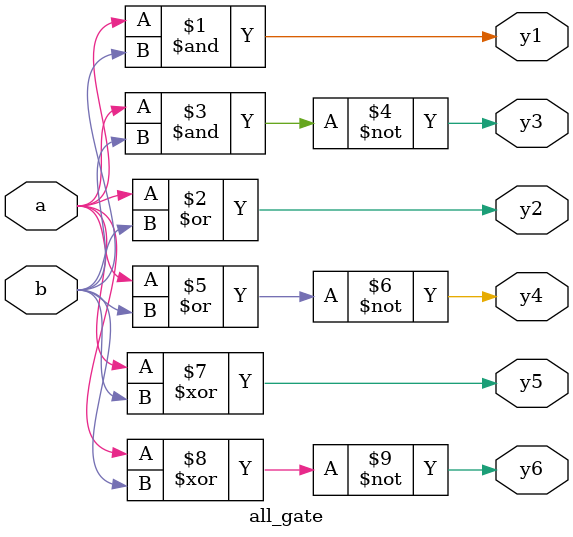
<source format=v>
module all_gate (
    input a,b,
    output y1,
    output y2,
    output y3,
    output y4,
    output y5,
    output y6
    );
    and(y1,a,b);
    or(y2,a, b);
    nand(y3,a,b);
    nor(y4,a, b);
    xor(y5,a, b);
    xnor(y6,a, b);
endmodule

</source>
